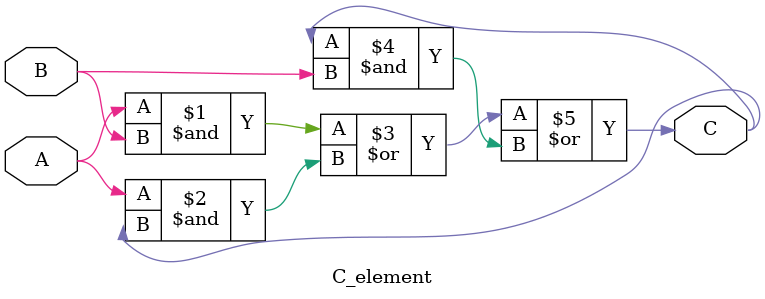
<source format=v>
`timescale 1ns/1ps

module C_element(
		input A,B,
		output C
	);
	//1Poss
	/*
	wire Stadio_1,Stadio_2,Stadio_3;
	assign C =Stadio_1|Stadio_2|Stadio_3;
	assign Stadio_1 = A&B;
	assign Stadio_2 = A&C;
	assign Stadio_3 = C&B;
	*/
	
	
	//2Poss
	assign C= (A&B)|(A&C)|(C&B);
	
	
	//3Poss
	/*
	LDCE #(
        .INIT(1'b0),            // Initial value of latch, 1'b0, 1'b1
        // Programmable Inversion Attributes: Specifies the use of the built-in programmable inversion
        .IS_CLR_INVERTED(1'b0), // Optional inversion for CLR
        .IS_G_INVERTED(1'b0)    // Optional inversion for G
    )
    LDCE_inst (
        .Q(C),     // 1-bit output: Data
        .CLR(1'b0), // 1-bit input: Asynchronous clear
        .D(A&B),     // 1-bit input: Data
        .G(~(A^B)),     // 1-bit input: Gate
        .GE(1'b1)    // 1-bit input: Gate enable
    );
    */
	
	endmodule

</source>
